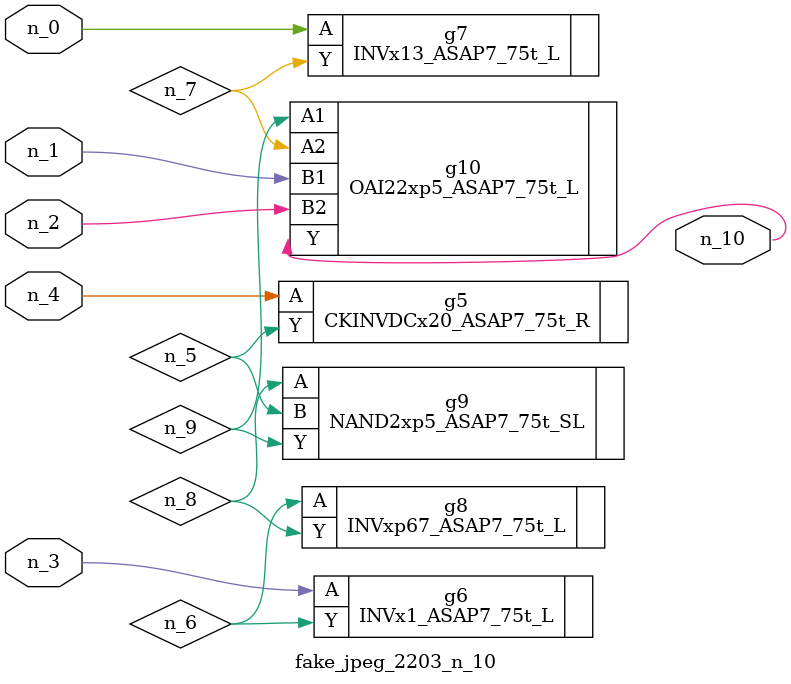
<source format=v>
module fake_jpeg_2203_n_10 (n_3, n_2, n_1, n_0, n_4, n_10);

input n_3;
input n_2;
input n_1;
input n_0;
input n_4;

output n_10;

wire n_8;
wire n_9;
wire n_6;
wire n_5;
wire n_7;

CKINVDCx20_ASAP7_75t_R g5 ( 
.A(n_4),
.Y(n_5)
);

INVx1_ASAP7_75t_L g6 ( 
.A(n_3),
.Y(n_6)
);

INVx13_ASAP7_75t_L g7 ( 
.A(n_0),
.Y(n_7)
);

INVxp67_ASAP7_75t_L g8 ( 
.A(n_6),
.Y(n_8)
);

NAND2xp5_ASAP7_75t_SL g9 ( 
.A(n_8),
.B(n_5),
.Y(n_9)
);

OAI22xp5_ASAP7_75t_L g10 ( 
.A1(n_9),
.A2(n_7),
.B1(n_1),
.B2(n_2),
.Y(n_10)
);


endmodule
</source>
